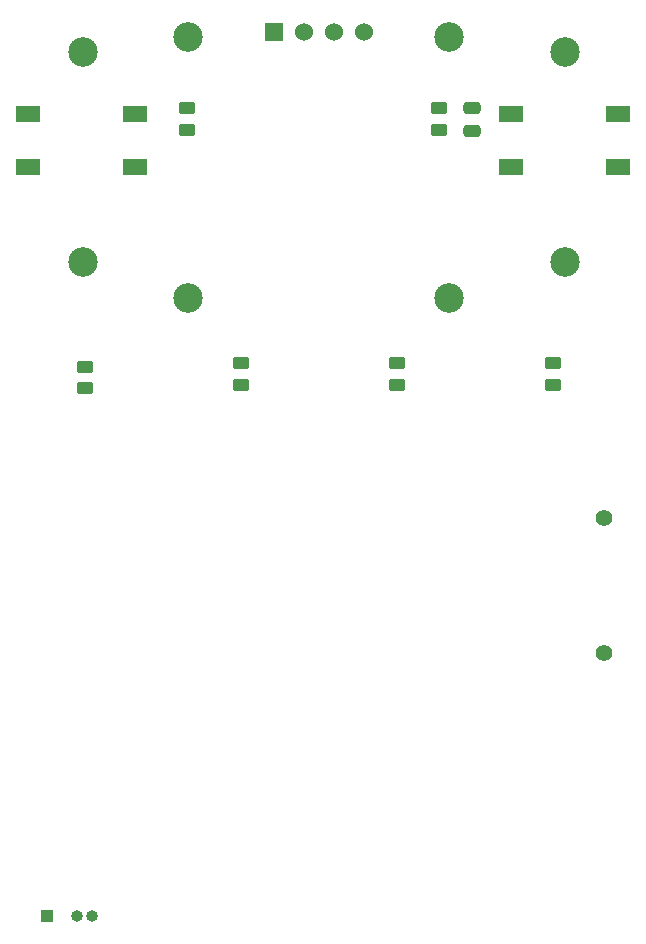
<source format=gbr>
%TF.GenerationSoftware,KiCad,Pcbnew,(7.0.0-0)*%
%TF.CreationDate,2023-11-13T22:50:32+01:00*%
%TF.ProjectId,ultimate-invitation-card,756c7469-6d61-4746-952d-696e76697461,rev?*%
%TF.SameCoordinates,Original*%
%TF.FileFunction,Soldermask,Bot*%
%TF.FilePolarity,Negative*%
%FSLAX46Y46*%
G04 Gerber Fmt 4.6, Leading zero omitted, Abs format (unit mm)*
G04 Created by KiCad (PCBNEW (7.0.0-0)) date 2023-11-13 22:50:32*
%MOMM*%
%LPD*%
G01*
G04 APERTURE LIST*
G04 Aperture macros list*
%AMRoundRect*
0 Rectangle with rounded corners*
0 $1 Rounding radius*
0 $2 $3 $4 $5 $6 $7 $8 $9 X,Y pos of 4 corners*
0 Add a 4 corners polygon primitive as box body*
4,1,4,$2,$3,$4,$5,$6,$7,$8,$9,$2,$3,0*
0 Add four circle primitives for the rounded corners*
1,1,$1+$1,$2,$3*
1,1,$1+$1,$4,$5*
1,1,$1+$1,$6,$7*
1,1,$1+$1,$8,$9*
0 Add four rect primitives between the rounded corners*
20,1,$1+$1,$2,$3,$4,$5,0*
20,1,$1+$1,$4,$5,$6,$7,0*
20,1,$1+$1,$6,$7,$8,$9,0*
20,1,$1+$1,$8,$9,$2,$3,0*%
G04 Aperture macros list end*
%ADD10C,2.500000*%
%ADD11R,1.524000X1.524000*%
%ADD12C,1.524000*%
%ADD13R,1.000000X1.000000*%
%ADD14O,1.000000X1.000000*%
%ADD15RoundRect,0.250000X0.450000X-0.262500X0.450000X0.262500X-0.450000X0.262500X-0.450000X-0.262500X0*%
%ADD16R,2.100000X1.400000*%
%ADD17RoundRect,0.250000X-0.475000X0.250000X-0.475000X-0.250000X0.475000X-0.250000X0.475000X0.250000X0*%
%ADD18C,1.400000*%
G04 APERTURE END LIST*
D10*
%TO.C,U4*%
X120523000Y-53467000D03*
X120523000Y-75565000D03*
X142621000Y-53467000D03*
X142621000Y-75565000D03*
D11*
X127761999Y-53085999D03*
D12*
X130302000Y-53086000D03*
X132842000Y-53086000D03*
X135382000Y-53086000D03*
%TD*%
D10*
%TO.C,JP1*%
X111633000Y-54737000D03*
X111633000Y-72517000D03*
%TD*%
%TO.C,JP2*%
X152400000Y-54737000D03*
X152400000Y-72517000D03*
%TD*%
D13*
%TO.C,J1*%
X108589999Y-127888999D03*
D14*
X111129999Y-127888999D03*
X112399999Y-127888999D03*
%TD*%
D15*
%TO.C,R11*%
X124968000Y-82954500D03*
X124968000Y-81129500D03*
%TD*%
D16*
%TO.C,SW7*%
X106955999Y-64479999D03*
X116055999Y-64479999D03*
X106955999Y-59979999D03*
X116055999Y-59979999D03*
%TD*%
D15*
%TO.C,R6*%
X141732000Y-61364500D03*
X141732000Y-59539500D03*
%TD*%
%TO.C,R10*%
X111782000Y-83244500D03*
X111782000Y-81419500D03*
%TD*%
%TO.C,R13*%
X151384000Y-82954500D03*
X151384000Y-81129500D03*
%TD*%
D16*
%TO.C,SW1*%
X156949999Y-59979999D03*
X147849999Y-59979999D03*
X156949999Y-64479999D03*
X147849999Y-64479999D03*
%TD*%
D15*
%TO.C,R18*%
X120396000Y-61364500D03*
X120396000Y-59539500D03*
%TD*%
D17*
%TO.C,C4*%
X144526000Y-59527400D03*
X144526000Y-61427400D03*
%TD*%
D18*
%TO.C,BT1*%
X155702000Y-94195900D03*
X155702000Y-105625900D03*
%TD*%
D15*
%TO.C,R12*%
X138176000Y-82954500D03*
X138176000Y-81129500D03*
%TD*%
M02*

</source>
